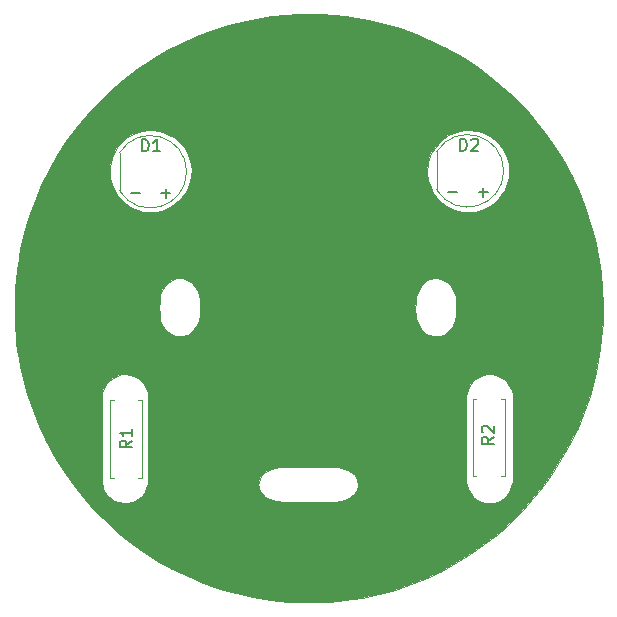
<source format=gbr>
%TF.GenerationSoftware,KiCad,Pcbnew,8.0.5*%
%TF.CreationDate,2025-02-18T12:58:11+00:00*%
%TF.ProjectId,practice-keyring,70726163-7469-4636-952d-6b657972696e,rev?*%
%TF.SameCoordinates,Original*%
%TF.FileFunction,Legend,Top*%
%TF.FilePolarity,Positive*%
%FSLAX46Y46*%
G04 Gerber Fmt 4.6, Leading zero omitted, Abs format (unit mm)*
G04 Created by KiCad (PCBNEW 8.0.5) date 2025-02-18 12:58:11*
%MOMM*%
%LPD*%
G01*
G04 APERTURE LIST*
%ADD10C,0.150000*%
%ADD11C,0.100000*%
%ADD12C,0.120000*%
%ADD13C,0.010000*%
G04 APERTURE END LIST*
D10*
X222504048Y-100048266D02*
X223265953Y-100048266D01*
X222885000Y-100429219D02*
X222885000Y-99667314D01*
X249351848Y-99972066D02*
X250113753Y-99972066D01*
X249732800Y-100353019D02*
X249732800Y-99591114D01*
X246761048Y-99972066D02*
X247522953Y-99972066D01*
X219913248Y-100048266D02*
X220675153Y-100048266D01*
X247800905Y-96441419D02*
X247800905Y-95441419D01*
X247800905Y-95441419D02*
X248039000Y-95441419D01*
X248039000Y-95441419D02*
X248181857Y-95489038D01*
X248181857Y-95489038D02*
X248277095Y-95584276D01*
X248277095Y-95584276D02*
X248324714Y-95679514D01*
X248324714Y-95679514D02*
X248372333Y-95869990D01*
X248372333Y-95869990D02*
X248372333Y-96012847D01*
X248372333Y-96012847D02*
X248324714Y-96203323D01*
X248324714Y-96203323D02*
X248277095Y-96298561D01*
X248277095Y-96298561D02*
X248181857Y-96393800D01*
X248181857Y-96393800D02*
X248039000Y-96441419D01*
X248039000Y-96441419D02*
X247800905Y-96441419D01*
X248753286Y-95536657D02*
X248800905Y-95489038D01*
X248800905Y-95489038D02*
X248896143Y-95441419D01*
X248896143Y-95441419D02*
X249134238Y-95441419D01*
X249134238Y-95441419D02*
X249229476Y-95489038D01*
X249229476Y-95489038D02*
X249277095Y-95536657D01*
X249277095Y-95536657D02*
X249324714Y-95631895D01*
X249324714Y-95631895D02*
X249324714Y-95727133D01*
X249324714Y-95727133D02*
X249277095Y-95869990D01*
X249277095Y-95869990D02*
X248705667Y-96441419D01*
X248705667Y-96441419D02*
X249324714Y-96441419D01*
X220851505Y-96492219D02*
X220851505Y-95492219D01*
X220851505Y-95492219D02*
X221089600Y-95492219D01*
X221089600Y-95492219D02*
X221232457Y-95539838D01*
X221232457Y-95539838D02*
X221327695Y-95635076D01*
X221327695Y-95635076D02*
X221375314Y-95730314D01*
X221375314Y-95730314D02*
X221422933Y-95920790D01*
X221422933Y-95920790D02*
X221422933Y-96063647D01*
X221422933Y-96063647D02*
X221375314Y-96254123D01*
X221375314Y-96254123D02*
X221327695Y-96349361D01*
X221327695Y-96349361D02*
X221232457Y-96444600D01*
X221232457Y-96444600D02*
X221089600Y-96492219D01*
X221089600Y-96492219D02*
X220851505Y-96492219D01*
X222375314Y-96492219D02*
X221803886Y-96492219D01*
X222089600Y-96492219D02*
X222089600Y-95492219D01*
X222089600Y-95492219D02*
X221994362Y-95635076D01*
X221994362Y-95635076D02*
X221899124Y-95730314D01*
X221899124Y-95730314D02*
X221803886Y-95777933D01*
X250619419Y-120664266D02*
X250143228Y-120997599D01*
X250619419Y-121235694D02*
X249619419Y-121235694D01*
X249619419Y-121235694D02*
X249619419Y-120854742D01*
X249619419Y-120854742D02*
X249667038Y-120759504D01*
X249667038Y-120759504D02*
X249714657Y-120711885D01*
X249714657Y-120711885D02*
X249809895Y-120664266D01*
X249809895Y-120664266D02*
X249952752Y-120664266D01*
X249952752Y-120664266D02*
X250047990Y-120711885D01*
X250047990Y-120711885D02*
X250095609Y-120759504D01*
X250095609Y-120759504D02*
X250143228Y-120854742D01*
X250143228Y-120854742D02*
X250143228Y-121235694D01*
X249714657Y-120283313D02*
X249667038Y-120235694D01*
X249667038Y-120235694D02*
X249619419Y-120140456D01*
X249619419Y-120140456D02*
X249619419Y-119902361D01*
X249619419Y-119902361D02*
X249667038Y-119807123D01*
X249667038Y-119807123D02*
X249714657Y-119759504D01*
X249714657Y-119759504D02*
X249809895Y-119711885D01*
X249809895Y-119711885D02*
X249905133Y-119711885D01*
X249905133Y-119711885D02*
X250047990Y-119759504D01*
X250047990Y-119759504D02*
X250619419Y-120330932D01*
X250619419Y-120330932D02*
X250619419Y-119711885D01*
X219987019Y-120994466D02*
X219510828Y-121327799D01*
X219987019Y-121565894D02*
X218987019Y-121565894D01*
X218987019Y-121565894D02*
X218987019Y-121184942D01*
X218987019Y-121184942D02*
X219034638Y-121089704D01*
X219034638Y-121089704D02*
X219082257Y-121042085D01*
X219082257Y-121042085D02*
X219177495Y-120994466D01*
X219177495Y-120994466D02*
X219320352Y-120994466D01*
X219320352Y-120994466D02*
X219415590Y-121042085D01*
X219415590Y-121042085D02*
X219463209Y-121089704D01*
X219463209Y-121089704D02*
X219510828Y-121184942D01*
X219510828Y-121184942D02*
X219510828Y-121565894D01*
X219987019Y-120042085D02*
X219987019Y-120613513D01*
X219987019Y-120327799D02*
X218987019Y-120327799D01*
X218987019Y-120327799D02*
X219129876Y-120423037D01*
X219129876Y-120423037D02*
X219225114Y-120518275D01*
X219225114Y-120518275D02*
X219272733Y-120613513D01*
D11*
%TO.C,D2*%
X245802000Y-99755600D02*
X245802000Y-96545600D01*
X245800282Y-96538389D02*
G75*
G02*
X245802000Y-99755600I2611718J-1607211D01*
G01*
%TO.C,D1*%
X218954200Y-99831800D02*
X218954200Y-96621800D01*
X218952482Y-96614589D02*
G75*
G02*
X218954200Y-99831800I2611718J-1607211D01*
G01*
D12*
%TO.C,R2*%
X248845400Y-117430800D02*
X249175400Y-117430800D01*
X248845400Y-123970800D02*
X248845400Y-117430800D01*
X249175400Y-123970800D02*
X248845400Y-123970800D01*
X251255400Y-123970800D02*
X251585400Y-123970800D01*
X251585400Y-117430800D02*
X251255400Y-117430800D01*
X251585400Y-123970800D02*
X251585400Y-117430800D01*
%TO.C,R1*%
X218136800Y-117583200D02*
X218466800Y-117583200D01*
X218136800Y-124123200D02*
X218136800Y-117583200D01*
X218466800Y-124123200D02*
X218136800Y-124123200D01*
X220546800Y-124123200D02*
X220876800Y-124123200D01*
X220876800Y-117583200D02*
X220546800Y-117583200D01*
X220876800Y-124123200D02*
X220876800Y-117583200D01*
D13*
%TO.C,Ref\u002A\u002A*%
X235505831Y-84888394D02*
X235951389Y-84893786D01*
X236345700Y-84903805D01*
X236705455Y-84919541D01*
X237047345Y-84942086D01*
X237388063Y-84972532D01*
X237744300Y-85011971D01*
X238132749Y-85061494D01*
X238548333Y-85119091D01*
X239952361Y-85361370D01*
X241337370Y-85684861D01*
X242699684Y-86087510D01*
X244035627Y-86567265D01*
X245341523Y-87122073D01*
X246613697Y-87749881D01*
X247848471Y-88448635D01*
X249042170Y-89216282D01*
X250191118Y-90050770D01*
X251291638Y-90950045D01*
X252340055Y-91912055D01*
X253332692Y-92934745D01*
X254085007Y-93796213D01*
X254981679Y-94938245D01*
X255805596Y-96121470D01*
X256556016Y-97342653D01*
X257232198Y-98598561D01*
X257833400Y-99885958D01*
X258358879Y-101201610D01*
X258807894Y-102542281D01*
X259179704Y-103904737D01*
X259473565Y-105285744D01*
X259688737Y-106682066D01*
X259824478Y-108090469D01*
X259880044Y-109507717D01*
X259854696Y-110930577D01*
X259747690Y-112355814D01*
X259558284Y-113780192D01*
X259285738Y-115200477D01*
X259138054Y-115828233D01*
X258750695Y-117211660D01*
X258285403Y-118564890D01*
X257744423Y-119884929D01*
X257130000Y-121168780D01*
X256444377Y-122413450D01*
X255689801Y-123615941D01*
X254868517Y-124773260D01*
X253982768Y-125882410D01*
X253034800Y-126940397D01*
X252026859Y-127944225D01*
X250961188Y-128890899D01*
X249840033Y-129777423D01*
X248665638Y-130600802D01*
X247544166Y-131297591D01*
X246277851Y-131990056D01*
X244979157Y-132604762D01*
X243647463Y-133141913D01*
X242282145Y-133601711D01*
X240882582Y-133984358D01*
X239448150Y-134290056D01*
X237978227Y-134519007D01*
X237426500Y-134584172D01*
X237200294Y-134603424D01*
X236903978Y-134620709D01*
X236551654Y-134635833D01*
X236157426Y-134648599D01*
X235735394Y-134658812D01*
X235299663Y-134666276D01*
X234864334Y-134670797D01*
X234443510Y-134672178D01*
X234051294Y-134670223D01*
X233701787Y-134664738D01*
X233409094Y-134655526D01*
X233193166Y-134642875D01*
X231702872Y-134480769D01*
X230243610Y-134240031D01*
X228815655Y-133920755D01*
X227419279Y-133523035D01*
X226054757Y-133046966D01*
X224722364Y-132492641D01*
X223422373Y-131860154D01*
X222155057Y-131149600D01*
X221130045Y-130501847D01*
X219962435Y-129674484D01*
X218848811Y-128783364D01*
X217791286Y-127831647D01*
X216791976Y-126822494D01*
X215852995Y-125759065D01*
X214976459Y-124644520D01*
X214164481Y-123482020D01*
X213419176Y-122274725D01*
X212742660Y-121025795D01*
X212137047Y-119738391D01*
X212128396Y-119716904D01*
X217430209Y-119716904D01*
X217431316Y-120413022D01*
X217433403Y-121056400D01*
X217435862Y-121706027D01*
X217438119Y-122276766D01*
X217440565Y-122774394D01*
X217443595Y-123204688D01*
X217447601Y-123573423D01*
X217452975Y-123886378D01*
X217460111Y-124149327D01*
X217469402Y-124368049D01*
X217481241Y-124548320D01*
X217496021Y-124695916D01*
X217514134Y-124816614D01*
X217535973Y-124916190D01*
X217561933Y-125000422D01*
X217592405Y-125075087D01*
X217627782Y-125145959D01*
X217668458Y-125218818D01*
X217714825Y-125299438D01*
X217723012Y-125313821D01*
X217847755Y-125493753D01*
X218018189Y-125686940D01*
X218210326Y-125869914D01*
X218400177Y-126019205D01*
X218515999Y-126089645D01*
X218873510Y-126227350D01*
X219256155Y-126294518D01*
X219642501Y-126289228D01*
X219976471Y-126220674D01*
X220262757Y-126103334D01*
X220543515Y-125936759D01*
X220788764Y-125740537D01*
X220912988Y-125608754D01*
X221071891Y-125377039D01*
X221213368Y-125101704D01*
X221319636Y-124820508D01*
X221350648Y-124697067D01*
X230716666Y-124697067D01*
X230757547Y-124986334D01*
X230874928Y-125261012D01*
X231060920Y-125513344D01*
X231307633Y-125735570D01*
X231607176Y-125919932D01*
X231951661Y-126058673D01*
X232156000Y-126112414D01*
X232267748Y-126126938D01*
X232454431Y-126139738D01*
X232706331Y-126150809D01*
X233013734Y-126160145D01*
X233366924Y-126167742D01*
X233756184Y-126173595D01*
X234171800Y-126177698D01*
X234604056Y-126180047D01*
X235043237Y-126180637D01*
X235479626Y-126179462D01*
X235903508Y-126176517D01*
X236305167Y-126171798D01*
X236674888Y-126165299D01*
X237002955Y-126157016D01*
X237279653Y-126146943D01*
X237495266Y-126135076D01*
X237640078Y-126121409D01*
X237676793Y-126115270D01*
X238053644Y-126003525D01*
X238393130Y-125839595D01*
X238683335Y-125631586D01*
X238912344Y-125387600D01*
X239033481Y-125192538D01*
X239125195Y-124917843D01*
X239143809Y-124624776D01*
X239089323Y-124337682D01*
X239033481Y-124201595D01*
X238856365Y-123936568D01*
X238609404Y-123701633D01*
X238304511Y-123504895D01*
X237953602Y-123354458D01*
X237676793Y-123278863D01*
X237561054Y-123263889D01*
X237370476Y-123250765D01*
X237114864Y-123239490D01*
X236804025Y-123230064D01*
X236447766Y-123222485D01*
X236055894Y-123216753D01*
X235638214Y-123212866D01*
X235204534Y-123210824D01*
X234764659Y-123210625D01*
X234328398Y-123212270D01*
X233905555Y-123215757D01*
X233505937Y-123221085D01*
X233139352Y-123228253D01*
X232815606Y-123237261D01*
X232544504Y-123248107D01*
X232335855Y-123260791D01*
X232199464Y-123275311D01*
X232177166Y-123279362D01*
X231805400Y-123388807D01*
X231475793Y-123547624D01*
X231195901Y-123748479D01*
X230973279Y-123984038D01*
X230815483Y-124246966D01*
X230730069Y-124529929D01*
X230716666Y-124697067D01*
X221350648Y-124697067D01*
X221360123Y-124659355D01*
X221368353Y-124572085D01*
X221375798Y-124403012D01*
X221382424Y-124154993D01*
X221388200Y-123830888D01*
X221393094Y-123433556D01*
X221397073Y-122965856D01*
X221400105Y-122430647D01*
X221402158Y-121830788D01*
X221403201Y-121169139D01*
X221403315Y-120863091D01*
X248285625Y-120863091D01*
X248285927Y-121516197D01*
X248286650Y-122090065D01*
X248287884Y-122590123D01*
X248289716Y-123021799D01*
X248292237Y-123390523D01*
X248295535Y-123701721D01*
X248299699Y-123960823D01*
X248304817Y-124173256D01*
X248310979Y-124344448D01*
X248318273Y-124479829D01*
X248326789Y-124584825D01*
X248336615Y-124664866D01*
X248347840Y-124725379D01*
X248348945Y-124730149D01*
X248479751Y-125117772D01*
X248673785Y-125460275D01*
X248922299Y-125752178D01*
X249216544Y-125987999D01*
X249547770Y-126162256D01*
X249907230Y-126269467D01*
X250286174Y-126304152D01*
X250675854Y-126260827D01*
X250760019Y-126240840D01*
X251124026Y-126103677D01*
X251451883Y-125896329D01*
X251734780Y-125628741D01*
X251963907Y-125310859D01*
X252130453Y-124952629D01*
X252221624Y-124590894D01*
X252231047Y-124487370D01*
X252239047Y-124306913D01*
X252245630Y-124048581D01*
X252250806Y-123711431D01*
X252254582Y-123294521D01*
X252256966Y-122796909D01*
X252257967Y-122217653D01*
X252257592Y-121555811D01*
X252255849Y-120810439D01*
X252255347Y-120654233D01*
X252243166Y-117013567D01*
X252144671Y-116740684D01*
X251969322Y-116363936D01*
X251741071Y-116043579D01*
X251468925Y-115781824D01*
X251161889Y-115580880D01*
X250828968Y-115442958D01*
X250479167Y-115370269D01*
X250121493Y-115365022D01*
X249764951Y-115429429D01*
X249418545Y-115565698D01*
X249091283Y-115776042D01*
X248901811Y-115944756D01*
X248638932Y-116263626D01*
X248447299Y-116618944D01*
X248333002Y-116999343D01*
X248330880Y-117010758D01*
X248321181Y-117108760D01*
X248312654Y-117290236D01*
X248305297Y-117555336D01*
X248299109Y-117904209D01*
X248294087Y-118337003D01*
X248290231Y-118853868D01*
X248287538Y-119454954D01*
X248286007Y-120140408D01*
X248285625Y-120863091D01*
X221403315Y-120863091D01*
X221403333Y-120815562D01*
X221403170Y-120165463D01*
X221402619Y-119594463D01*
X221401585Y-119096991D01*
X221399974Y-118667481D01*
X221397693Y-118300363D01*
X221394647Y-117990069D01*
X221390743Y-117731032D01*
X221385885Y-117517681D01*
X221379981Y-117344450D01*
X221372935Y-117205770D01*
X221364654Y-117096071D01*
X221355044Y-117009787D01*
X221344011Y-116941348D01*
X221337338Y-116909457D01*
X221214247Y-116544928D01*
X221024729Y-116216162D01*
X220779103Y-115930279D01*
X220487689Y-115694396D01*
X220160805Y-115515635D01*
X219808771Y-115401115D01*
X219441905Y-115357956D01*
X219124778Y-115382928D01*
X218732281Y-115492077D01*
X218378956Y-115672119D01*
X218071822Y-115915623D01*
X217817899Y-116215159D01*
X217624207Y-116563294D01*
X217497763Y-116952600D01*
X217464497Y-117140567D01*
X217455124Y-117258872D01*
X217447235Y-117461304D01*
X217440836Y-117747334D01*
X217435929Y-118116437D01*
X217432520Y-118568085D01*
X217430611Y-119101749D01*
X217430209Y-119716904D01*
X212128396Y-119716904D01*
X211604452Y-118415673D01*
X211146989Y-117060801D01*
X210766774Y-115676936D01*
X210546221Y-114685233D01*
X210413848Y-113986467D01*
X210306648Y-113325436D01*
X210222780Y-112682517D01*
X210160406Y-112038090D01*
X210117684Y-111372532D01*
X210092776Y-110666221D01*
X210083842Y-109899534D01*
X210083788Y-109753400D01*
X210084675Y-109568387D01*
X222331753Y-109568387D01*
X222332479Y-109863870D01*
X222339818Y-110149728D01*
X222353714Y-110407558D01*
X222374107Y-110618954D01*
X222400939Y-110765514D01*
X222402887Y-110772300D01*
X222560272Y-111169109D01*
X222779916Y-111514465D01*
X223057195Y-111801771D01*
X223201758Y-111911890D01*
X223439687Y-112048866D01*
X223682624Y-112127822D01*
X223959623Y-112156714D01*
X224092504Y-112155853D01*
X224292361Y-112143501D01*
X224448119Y-112114708D01*
X224600074Y-112059792D01*
X224713606Y-112006629D01*
X225025878Y-111806452D01*
X225291885Y-111539325D01*
X225506119Y-111212513D01*
X225663070Y-110833276D01*
X225698877Y-110707589D01*
X225728223Y-110538515D01*
X225749333Y-110305624D01*
X225762230Y-110029363D01*
X225766937Y-109730176D01*
X225766384Y-109681940D01*
X244007779Y-109681940D01*
X244011709Y-109979191D01*
X244023821Y-110257196D01*
X244044121Y-110495249D01*
X244072615Y-110672647D01*
X244073156Y-110674961D01*
X244188906Y-111027187D01*
X244359656Y-111357447D01*
X244572650Y-111644900D01*
X244794512Y-111853305D01*
X244915954Y-111931840D01*
X245074667Y-112016640D01*
X245183245Y-112066457D01*
X245465872Y-112144840D01*
X245778545Y-112163149D01*
X246092813Y-112122518D01*
X246380223Y-112024082D01*
X246392193Y-112018251D01*
X246680152Y-111832589D01*
X246939590Y-111580471D01*
X247153335Y-111279340D01*
X247195975Y-111201622D01*
X247283176Y-111022842D01*
X247349142Y-110856342D01*
X247396677Y-110685748D01*
X247428589Y-110494685D01*
X247447684Y-110266778D01*
X247456769Y-109985652D01*
X247458701Y-109668733D01*
X247457292Y-109379324D01*
X247452773Y-109157918D01*
X247443698Y-108987871D01*
X247428626Y-108852536D01*
X247406111Y-108735266D01*
X247374711Y-108619416D01*
X247364914Y-108587475D01*
X247213676Y-108217109D01*
X247012089Y-107899375D01*
X246768384Y-107638384D01*
X246490795Y-107438247D01*
X246187553Y-107303074D01*
X245866892Y-107236976D01*
X245537044Y-107244066D01*
X245206242Y-107328452D01*
X245016486Y-107414807D01*
X244730390Y-107613487D01*
X244478899Y-107880134D01*
X244271322Y-108201914D01*
X244116967Y-108565994D01*
X244073748Y-108714544D01*
X244045015Y-108881743D01*
X244024438Y-109112511D01*
X244012024Y-109386145D01*
X244007779Y-109681940D01*
X225766384Y-109681940D01*
X225763477Y-109428511D01*
X225751872Y-109144813D01*
X225732146Y-108899528D01*
X225704322Y-108713102D01*
X225696602Y-108680010D01*
X225561078Y-108302152D01*
X225363457Y-107963418D01*
X225112714Y-107675234D01*
X224817821Y-107449025D01*
X224665178Y-107366732D01*
X224502170Y-107296354D01*
X224362456Y-107256444D01*
X224207604Y-107238832D01*
X224046971Y-107235306D01*
X223867173Y-107238644D01*
X223731131Y-107255184D01*
X223603796Y-107293323D01*
X223450118Y-107361460D01*
X223382440Y-107394532D01*
X223053856Y-107602464D01*
X222782027Y-107872592D01*
X222568531Y-108202894D01*
X222414945Y-108591351D01*
X222396166Y-108658277D01*
X222369849Y-108808224D01*
X222350380Y-109022160D01*
X222337701Y-109281682D01*
X222331753Y-109568387D01*
X210084675Y-109568387D01*
X210086385Y-109211926D01*
X210093561Y-108737956D01*
X210106436Y-108314398D01*
X210126126Y-107924160D01*
X210153750Y-107550151D01*
X210190425Y-107175278D01*
X210237269Y-106782449D01*
X210295399Y-106354573D01*
X210314952Y-106218567D01*
X210564908Y-104787815D01*
X210894454Y-103383203D01*
X211301813Y-102007459D01*
X211785209Y-100663313D01*
X212342865Y-99353494D01*
X212885714Y-98257042D01*
X218111307Y-98257042D01*
X218160333Y-98743153D01*
X218288537Y-99230599D01*
X218483145Y-99699233D01*
X218744606Y-100159625D01*
X219052362Y-100552718D01*
X219414524Y-100886781D01*
X219839202Y-101170084D01*
X220021545Y-101267603D01*
X220492222Y-101472095D01*
X220948749Y-101600846D01*
X221408183Y-101656821D01*
X221887578Y-101642986D01*
X222061870Y-101622391D01*
X222572260Y-101509821D01*
X223058585Y-101321115D01*
X223511737Y-101063057D01*
X223922608Y-100742433D01*
X224282089Y-100366028D01*
X224581072Y-99940627D01*
X224747473Y-99621777D01*
X224929988Y-99119217D01*
X225032725Y-98599836D01*
X225056201Y-98073435D01*
X225053737Y-98050082D01*
X245013461Y-98050082D01*
X245019373Y-98442018D01*
X245060320Y-98810961D01*
X245105468Y-99021900D01*
X245284519Y-99535417D01*
X245532776Y-100007452D01*
X245843856Y-100432201D01*
X246211376Y-100803864D01*
X246628952Y-101116637D01*
X247090202Y-101364719D01*
X247588742Y-101542308D01*
X247967500Y-101623312D01*
X248214268Y-101645550D01*
X248509217Y-101647081D01*
X248818865Y-101629551D01*
X249109731Y-101594606D01*
X249294964Y-101558068D01*
X249629980Y-101451059D01*
X249986448Y-101294441D01*
X250332065Y-101104020D01*
X250610470Y-100914265D01*
X250969776Y-100589163D01*
X251288064Y-100200950D01*
X251555020Y-99765418D01*
X251760331Y-99298357D01*
X251846398Y-99021900D01*
X251910010Y-98682468D01*
X251938512Y-98300011D01*
X251931927Y-97907520D01*
X251890279Y-97537984D01*
X251845182Y-97328567D01*
X251664072Y-96810622D01*
X251412780Y-96335797D01*
X251096957Y-95909592D01*
X250722254Y-95537509D01*
X250294323Y-95225049D01*
X249818816Y-94977713D01*
X249301383Y-94801001D01*
X249230257Y-94783245D01*
X248992505Y-94743237D01*
X248703740Y-94719991D01*
X248395538Y-94713924D01*
X248099474Y-94725449D01*
X247847123Y-94754980D01*
X247798166Y-94764452D01*
X247280646Y-94916732D01*
X246799043Y-95142167D01*
X246359934Y-95434493D01*
X245969894Y-95787446D01*
X245635497Y-96194763D01*
X245363319Y-96650178D01*
X245159936Y-97147429D01*
X245106653Y-97328567D01*
X245042562Y-97667987D01*
X245013461Y-98050082D01*
X225053737Y-98050082D01*
X225000932Y-97549817D01*
X224867436Y-97038785D01*
X224656229Y-96550142D01*
X224578177Y-96410038D01*
X224407189Y-96161694D01*
X224182884Y-95897487D01*
X223926340Y-95638145D01*
X223658639Y-95404397D01*
X223400860Y-95216972D01*
X223308333Y-95161336D01*
X222821102Y-94933677D01*
X222324742Y-94785778D01*
X221826009Y-94714240D01*
X221331662Y-94715659D01*
X220848459Y-94786635D01*
X220383157Y-94923766D01*
X219942514Y-95123651D01*
X219533288Y-95382887D01*
X219162237Y-95698074D01*
X218836118Y-96065809D01*
X218561690Y-96482692D01*
X218345709Y-96945321D01*
X218194934Y-97450294D01*
X218139801Y-97762920D01*
X218111307Y-98257042D01*
X212885714Y-98257042D01*
X212973005Y-98080732D01*
X213673852Y-96847755D01*
X214443631Y-95657293D01*
X215280564Y-94512075D01*
X216182876Y-93414831D01*
X217148790Y-92368290D01*
X218176529Y-91375180D01*
X219264317Y-90438232D01*
X220410378Y-89560175D01*
X221612935Y-88743738D01*
X221742000Y-88661955D01*
X222961064Y-87944199D01*
X224225339Y-87296170D01*
X225529083Y-86719975D01*
X226866554Y-86217722D01*
X228232011Y-85791518D01*
X229619712Y-85443471D01*
X231023916Y-85175689D01*
X231394000Y-85119037D01*
X231833661Y-85057362D01*
X232230594Y-85007177D01*
X232601504Y-84967404D01*
X232963098Y-84936961D01*
X233332083Y-84914770D01*
X233725164Y-84899752D01*
X234159048Y-84890827D01*
X234650442Y-84886916D01*
X234992333Y-84886536D01*
X235505831Y-84888394D01*
G36*
X235505831Y-84888394D02*
G01*
X235951389Y-84893786D01*
X236345700Y-84903805D01*
X236705455Y-84919541D01*
X237047345Y-84942086D01*
X237388063Y-84972532D01*
X237744300Y-85011971D01*
X238132749Y-85061494D01*
X238548333Y-85119091D01*
X239952361Y-85361370D01*
X241337370Y-85684861D01*
X242699684Y-86087510D01*
X244035627Y-86567265D01*
X245341523Y-87122073D01*
X246613697Y-87749881D01*
X247848471Y-88448635D01*
X249042170Y-89216282D01*
X250191118Y-90050770D01*
X251291638Y-90950045D01*
X252340055Y-91912055D01*
X253332692Y-92934745D01*
X254085007Y-93796213D01*
X254981679Y-94938245D01*
X255805596Y-96121470D01*
X256556016Y-97342653D01*
X257232198Y-98598561D01*
X257833400Y-99885958D01*
X258358879Y-101201610D01*
X258807894Y-102542281D01*
X259179704Y-103904737D01*
X259473565Y-105285744D01*
X259688737Y-106682066D01*
X259824478Y-108090469D01*
X259880044Y-109507717D01*
X259854696Y-110930577D01*
X259747690Y-112355814D01*
X259558284Y-113780192D01*
X259285738Y-115200477D01*
X259138054Y-115828233D01*
X258750695Y-117211660D01*
X258285403Y-118564890D01*
X257744423Y-119884929D01*
X257130000Y-121168780D01*
X256444377Y-122413450D01*
X255689801Y-123615941D01*
X254868517Y-124773260D01*
X253982768Y-125882410D01*
X253034800Y-126940397D01*
X252026859Y-127944225D01*
X250961188Y-128890899D01*
X249840033Y-129777423D01*
X248665638Y-130600802D01*
X247544166Y-131297591D01*
X246277851Y-131990056D01*
X244979157Y-132604762D01*
X243647463Y-133141913D01*
X242282145Y-133601711D01*
X240882582Y-133984358D01*
X239448150Y-134290056D01*
X237978227Y-134519007D01*
X237426500Y-134584172D01*
X237200294Y-134603424D01*
X236903978Y-134620709D01*
X236551654Y-134635833D01*
X236157426Y-134648599D01*
X235735394Y-134658812D01*
X235299663Y-134666276D01*
X234864334Y-134670797D01*
X234443510Y-134672178D01*
X234051294Y-134670223D01*
X233701787Y-134664738D01*
X233409094Y-134655526D01*
X233193166Y-134642875D01*
X231702872Y-134480769D01*
X230243610Y-134240031D01*
X228815655Y-133920755D01*
X227419279Y-133523035D01*
X226054757Y-133046966D01*
X224722364Y-132492641D01*
X223422373Y-131860154D01*
X222155057Y-131149600D01*
X221130045Y-130501847D01*
X219962435Y-129674484D01*
X218848811Y-128783364D01*
X217791286Y-127831647D01*
X216791976Y-126822494D01*
X215852995Y-125759065D01*
X214976459Y-124644520D01*
X214164481Y-123482020D01*
X213419176Y-122274725D01*
X212742660Y-121025795D01*
X212137047Y-119738391D01*
X212128396Y-119716904D01*
X217430209Y-119716904D01*
X217431316Y-120413022D01*
X217433403Y-121056400D01*
X217435862Y-121706027D01*
X217438119Y-122276766D01*
X217440565Y-122774394D01*
X217443595Y-123204688D01*
X217447601Y-123573423D01*
X217452975Y-123886378D01*
X217460111Y-124149327D01*
X217469402Y-124368049D01*
X217481241Y-124548320D01*
X217496021Y-124695916D01*
X217514134Y-124816614D01*
X217535973Y-124916190D01*
X217561933Y-125000422D01*
X217592405Y-125075087D01*
X217627782Y-125145959D01*
X217668458Y-125218818D01*
X217714825Y-125299438D01*
X217723012Y-125313821D01*
X217847755Y-125493753D01*
X218018189Y-125686940D01*
X218210326Y-125869914D01*
X218400177Y-126019205D01*
X218515999Y-126089645D01*
X218873510Y-126227350D01*
X219256155Y-126294518D01*
X219642501Y-126289228D01*
X219976471Y-126220674D01*
X220262757Y-126103334D01*
X220543515Y-125936759D01*
X220788764Y-125740537D01*
X220912988Y-125608754D01*
X221071891Y-125377039D01*
X221213368Y-125101704D01*
X221319636Y-124820508D01*
X221350648Y-124697067D01*
X230716666Y-124697067D01*
X230757547Y-124986334D01*
X230874928Y-125261012D01*
X231060920Y-125513344D01*
X231307633Y-125735570D01*
X231607176Y-125919932D01*
X231951661Y-126058673D01*
X232156000Y-126112414D01*
X232267748Y-126126938D01*
X232454431Y-126139738D01*
X232706331Y-126150809D01*
X233013734Y-126160145D01*
X233366924Y-126167742D01*
X233756184Y-126173595D01*
X234171800Y-126177698D01*
X234604056Y-126180047D01*
X235043237Y-126180637D01*
X235479626Y-126179462D01*
X235903508Y-126176517D01*
X236305167Y-126171798D01*
X236674888Y-126165299D01*
X237002955Y-126157016D01*
X237279653Y-126146943D01*
X237495266Y-126135076D01*
X237640078Y-126121409D01*
X237676793Y-126115270D01*
X238053644Y-126003525D01*
X238393130Y-125839595D01*
X238683335Y-125631586D01*
X238912344Y-125387600D01*
X239033481Y-125192538D01*
X239125195Y-124917843D01*
X239143809Y-124624776D01*
X239089323Y-124337682D01*
X239033481Y-124201595D01*
X238856365Y-123936568D01*
X238609404Y-123701633D01*
X238304511Y-123504895D01*
X237953602Y-123354458D01*
X237676793Y-123278863D01*
X237561054Y-123263889D01*
X237370476Y-123250765D01*
X237114864Y-123239490D01*
X236804025Y-123230064D01*
X236447766Y-123222485D01*
X236055894Y-123216753D01*
X235638214Y-123212866D01*
X235204534Y-123210824D01*
X234764659Y-123210625D01*
X234328398Y-123212270D01*
X233905555Y-123215757D01*
X233505937Y-123221085D01*
X233139352Y-123228253D01*
X232815606Y-123237261D01*
X232544504Y-123248107D01*
X232335855Y-123260791D01*
X232199464Y-123275311D01*
X232177166Y-123279362D01*
X231805400Y-123388807D01*
X231475793Y-123547624D01*
X231195901Y-123748479D01*
X230973279Y-123984038D01*
X230815483Y-124246966D01*
X230730069Y-124529929D01*
X230716666Y-124697067D01*
X221350648Y-124697067D01*
X221360123Y-124659355D01*
X221368353Y-124572085D01*
X221375798Y-124403012D01*
X221382424Y-124154993D01*
X221388200Y-123830888D01*
X221393094Y-123433556D01*
X221397073Y-122965856D01*
X221400105Y-122430647D01*
X221402158Y-121830788D01*
X221403201Y-121169139D01*
X221403315Y-120863091D01*
X248285625Y-120863091D01*
X248285927Y-121516197D01*
X248286650Y-122090065D01*
X248287884Y-122590123D01*
X248289716Y-123021799D01*
X248292237Y-123390523D01*
X248295535Y-123701721D01*
X248299699Y-123960823D01*
X248304817Y-124173256D01*
X248310979Y-124344448D01*
X248318273Y-124479829D01*
X248326789Y-124584825D01*
X248336615Y-124664866D01*
X248347840Y-124725379D01*
X248348945Y-124730149D01*
X248479751Y-125117772D01*
X248673785Y-125460275D01*
X248922299Y-125752178D01*
X249216544Y-125987999D01*
X249547770Y-126162256D01*
X249907230Y-126269467D01*
X250286174Y-126304152D01*
X250675854Y-126260827D01*
X250760019Y-126240840D01*
X251124026Y-126103677D01*
X251451883Y-125896329D01*
X251734780Y-125628741D01*
X251963907Y-125310859D01*
X252130453Y-124952629D01*
X252221624Y-124590894D01*
X252231047Y-124487370D01*
X252239047Y-124306913D01*
X252245630Y-124048581D01*
X252250806Y-123711431D01*
X252254582Y-123294521D01*
X252256966Y-122796909D01*
X252257967Y-122217653D01*
X252257592Y-121555811D01*
X252255849Y-120810439D01*
X252255347Y-120654233D01*
X252243166Y-117013567D01*
X252144671Y-116740684D01*
X251969322Y-116363936D01*
X251741071Y-116043579D01*
X251468925Y-115781824D01*
X251161889Y-115580880D01*
X250828968Y-115442958D01*
X250479167Y-115370269D01*
X250121493Y-115365022D01*
X249764951Y-115429429D01*
X249418545Y-115565698D01*
X249091283Y-115776042D01*
X248901811Y-115944756D01*
X248638932Y-116263626D01*
X248447299Y-116618944D01*
X248333002Y-116999343D01*
X248330880Y-117010758D01*
X248321181Y-117108760D01*
X248312654Y-117290236D01*
X248305297Y-117555336D01*
X248299109Y-117904209D01*
X248294087Y-118337003D01*
X248290231Y-118853868D01*
X248287538Y-119454954D01*
X248286007Y-120140408D01*
X248285625Y-120863091D01*
X221403315Y-120863091D01*
X221403333Y-120815562D01*
X221403170Y-120165463D01*
X221402619Y-119594463D01*
X221401585Y-119096991D01*
X221399974Y-118667481D01*
X221397693Y-118300363D01*
X221394647Y-117990069D01*
X221390743Y-117731032D01*
X221385885Y-117517681D01*
X221379981Y-117344450D01*
X221372935Y-117205770D01*
X221364654Y-117096071D01*
X221355044Y-117009787D01*
X221344011Y-116941348D01*
X221337338Y-116909457D01*
X221214247Y-116544928D01*
X221024729Y-116216162D01*
X220779103Y-115930279D01*
X220487689Y-115694396D01*
X220160805Y-115515635D01*
X219808771Y-115401115D01*
X219441905Y-115357956D01*
X219124778Y-115382928D01*
X218732281Y-115492077D01*
X218378956Y-115672119D01*
X218071822Y-115915623D01*
X217817899Y-116215159D01*
X217624207Y-116563294D01*
X217497763Y-116952600D01*
X217464497Y-117140567D01*
X217455124Y-117258872D01*
X217447235Y-117461304D01*
X217440836Y-117747334D01*
X217435929Y-118116437D01*
X217432520Y-118568085D01*
X217430611Y-119101749D01*
X217430209Y-119716904D01*
X212128396Y-119716904D01*
X211604452Y-118415673D01*
X211146989Y-117060801D01*
X210766774Y-115676936D01*
X210546221Y-114685233D01*
X210413848Y-113986467D01*
X210306648Y-113325436D01*
X210222780Y-112682517D01*
X210160406Y-112038090D01*
X210117684Y-111372532D01*
X210092776Y-110666221D01*
X210083842Y-109899534D01*
X210083788Y-109753400D01*
X210084675Y-109568387D01*
X222331753Y-109568387D01*
X222332479Y-109863870D01*
X222339818Y-110149728D01*
X222353714Y-110407558D01*
X222374107Y-110618954D01*
X222400939Y-110765514D01*
X222402887Y-110772300D01*
X222560272Y-111169109D01*
X222779916Y-111514465D01*
X223057195Y-111801771D01*
X223201758Y-111911890D01*
X223439687Y-112048866D01*
X223682624Y-112127822D01*
X223959623Y-112156714D01*
X224092504Y-112155853D01*
X224292361Y-112143501D01*
X224448119Y-112114708D01*
X224600074Y-112059792D01*
X224713606Y-112006629D01*
X225025878Y-111806452D01*
X225291885Y-111539325D01*
X225506119Y-111212513D01*
X225663070Y-110833276D01*
X225698877Y-110707589D01*
X225728223Y-110538515D01*
X225749333Y-110305624D01*
X225762230Y-110029363D01*
X225766937Y-109730176D01*
X225766384Y-109681940D01*
X244007779Y-109681940D01*
X244011709Y-109979191D01*
X244023821Y-110257196D01*
X244044121Y-110495249D01*
X244072615Y-110672647D01*
X244073156Y-110674961D01*
X244188906Y-111027187D01*
X244359656Y-111357447D01*
X244572650Y-111644900D01*
X244794512Y-111853305D01*
X244915954Y-111931840D01*
X245074667Y-112016640D01*
X245183245Y-112066457D01*
X245465872Y-112144840D01*
X245778545Y-112163149D01*
X246092813Y-112122518D01*
X246380223Y-112024082D01*
X246392193Y-112018251D01*
X246680152Y-111832589D01*
X246939590Y-111580471D01*
X247153335Y-111279340D01*
X247195975Y-111201622D01*
X247283176Y-111022842D01*
X247349142Y-110856342D01*
X247396677Y-110685748D01*
X247428589Y-110494685D01*
X247447684Y-110266778D01*
X247456769Y-109985652D01*
X247458701Y-109668733D01*
X247457292Y-109379324D01*
X247452773Y-109157918D01*
X247443698Y-108987871D01*
X247428626Y-108852536D01*
X247406111Y-108735266D01*
X247374711Y-108619416D01*
X247364914Y-108587475D01*
X247213676Y-108217109D01*
X247012089Y-107899375D01*
X246768384Y-107638384D01*
X246490795Y-107438247D01*
X246187553Y-107303074D01*
X245866892Y-107236976D01*
X245537044Y-107244066D01*
X245206242Y-107328452D01*
X245016486Y-107414807D01*
X244730390Y-107613487D01*
X244478899Y-107880134D01*
X244271322Y-108201914D01*
X244116967Y-108565994D01*
X244073748Y-108714544D01*
X244045015Y-108881743D01*
X244024438Y-109112511D01*
X244012024Y-109386145D01*
X244007779Y-109681940D01*
X225766384Y-109681940D01*
X225763477Y-109428511D01*
X225751872Y-109144813D01*
X225732146Y-108899528D01*
X225704322Y-108713102D01*
X225696602Y-108680010D01*
X225561078Y-108302152D01*
X225363457Y-107963418D01*
X225112714Y-107675234D01*
X224817821Y-107449025D01*
X224665178Y-107366732D01*
X224502170Y-107296354D01*
X224362456Y-107256444D01*
X224207604Y-107238832D01*
X224046971Y-107235306D01*
X223867173Y-107238644D01*
X223731131Y-107255184D01*
X223603796Y-107293323D01*
X223450118Y-107361460D01*
X223382440Y-107394532D01*
X223053856Y-107602464D01*
X222782027Y-107872592D01*
X222568531Y-108202894D01*
X222414945Y-108591351D01*
X222396166Y-108658277D01*
X222369849Y-108808224D01*
X222350380Y-109022160D01*
X222337701Y-109281682D01*
X222331753Y-109568387D01*
X210084675Y-109568387D01*
X210086385Y-109211926D01*
X210093561Y-108737956D01*
X210106436Y-108314398D01*
X210126126Y-107924160D01*
X210153750Y-107550151D01*
X210190425Y-107175278D01*
X210237269Y-106782449D01*
X210295399Y-106354573D01*
X210314952Y-106218567D01*
X210564908Y-104787815D01*
X210894454Y-103383203D01*
X211301813Y-102007459D01*
X211785209Y-100663313D01*
X212342865Y-99353494D01*
X212885714Y-98257042D01*
X218111307Y-98257042D01*
X218160333Y-98743153D01*
X218288537Y-99230599D01*
X218483145Y-99699233D01*
X218744606Y-100159625D01*
X219052362Y-100552718D01*
X219414524Y-100886781D01*
X219839202Y-101170084D01*
X220021545Y-101267603D01*
X220492222Y-101472095D01*
X220948749Y-101600846D01*
X221408183Y-101656821D01*
X221887578Y-101642986D01*
X222061870Y-101622391D01*
X222572260Y-101509821D01*
X223058585Y-101321115D01*
X223511737Y-101063057D01*
X223922608Y-100742433D01*
X224282089Y-100366028D01*
X224581072Y-99940627D01*
X224747473Y-99621777D01*
X224929988Y-99119217D01*
X225032725Y-98599836D01*
X225056201Y-98073435D01*
X225053737Y-98050082D01*
X245013461Y-98050082D01*
X245019373Y-98442018D01*
X245060320Y-98810961D01*
X245105468Y-99021900D01*
X245284519Y-99535417D01*
X245532776Y-100007452D01*
X245843856Y-100432201D01*
X246211376Y-100803864D01*
X246628952Y-101116637D01*
X247090202Y-101364719D01*
X247588742Y-101542308D01*
X247967500Y-101623312D01*
X248214268Y-101645550D01*
X248509217Y-101647081D01*
X248818865Y-101629551D01*
X249109731Y-101594606D01*
X249294964Y-101558068D01*
X249629980Y-101451059D01*
X249986448Y-101294441D01*
X250332065Y-101104020D01*
X250610470Y-100914265D01*
X250969776Y-100589163D01*
X251288064Y-100200950D01*
X251555020Y-99765418D01*
X251760331Y-99298357D01*
X251846398Y-99021900D01*
X251910010Y-98682468D01*
X251938512Y-98300011D01*
X251931927Y-97907520D01*
X251890279Y-97537984D01*
X251845182Y-97328567D01*
X251664072Y-96810622D01*
X251412780Y-96335797D01*
X251096957Y-95909592D01*
X250722254Y-95537509D01*
X250294323Y-95225049D01*
X249818816Y-94977713D01*
X249301383Y-94801001D01*
X249230257Y-94783245D01*
X248992505Y-94743237D01*
X248703740Y-94719991D01*
X248395538Y-94713924D01*
X248099474Y-94725449D01*
X247847123Y-94754980D01*
X247798166Y-94764452D01*
X247280646Y-94916732D01*
X246799043Y-95142167D01*
X246359934Y-95434493D01*
X245969894Y-95787446D01*
X245635497Y-96194763D01*
X245363319Y-96650178D01*
X245159936Y-97147429D01*
X245106653Y-97328567D01*
X245042562Y-97667987D01*
X245013461Y-98050082D01*
X225053737Y-98050082D01*
X225000932Y-97549817D01*
X224867436Y-97038785D01*
X224656229Y-96550142D01*
X224578177Y-96410038D01*
X224407189Y-96161694D01*
X224182884Y-95897487D01*
X223926340Y-95638145D01*
X223658639Y-95404397D01*
X223400860Y-95216972D01*
X223308333Y-95161336D01*
X222821102Y-94933677D01*
X222324742Y-94785778D01*
X221826009Y-94714240D01*
X221331662Y-94715659D01*
X220848459Y-94786635D01*
X220383157Y-94923766D01*
X219942514Y-95123651D01*
X219533288Y-95382887D01*
X219162237Y-95698074D01*
X218836118Y-96065809D01*
X218561690Y-96482692D01*
X218345709Y-96945321D01*
X218194934Y-97450294D01*
X218139801Y-97762920D01*
X218111307Y-98257042D01*
X212885714Y-98257042D01*
X212973005Y-98080732D01*
X213673852Y-96847755D01*
X214443631Y-95657293D01*
X215280564Y-94512075D01*
X216182876Y-93414831D01*
X217148790Y-92368290D01*
X218176529Y-91375180D01*
X219264317Y-90438232D01*
X220410378Y-89560175D01*
X221612935Y-88743738D01*
X221742000Y-88661955D01*
X222961064Y-87944199D01*
X224225339Y-87296170D01*
X225529083Y-86719975D01*
X226866554Y-86217722D01*
X228232011Y-85791518D01*
X229619712Y-85443471D01*
X231023916Y-85175689D01*
X231394000Y-85119037D01*
X231833661Y-85057362D01*
X232230594Y-85007177D01*
X232601504Y-84967404D01*
X232963098Y-84936961D01*
X233332083Y-84914770D01*
X233725164Y-84899752D01*
X234159048Y-84890827D01*
X234650442Y-84886916D01*
X234992333Y-84886536D01*
X235505831Y-84888394D01*
G37*
%TD*%
M02*

</source>
